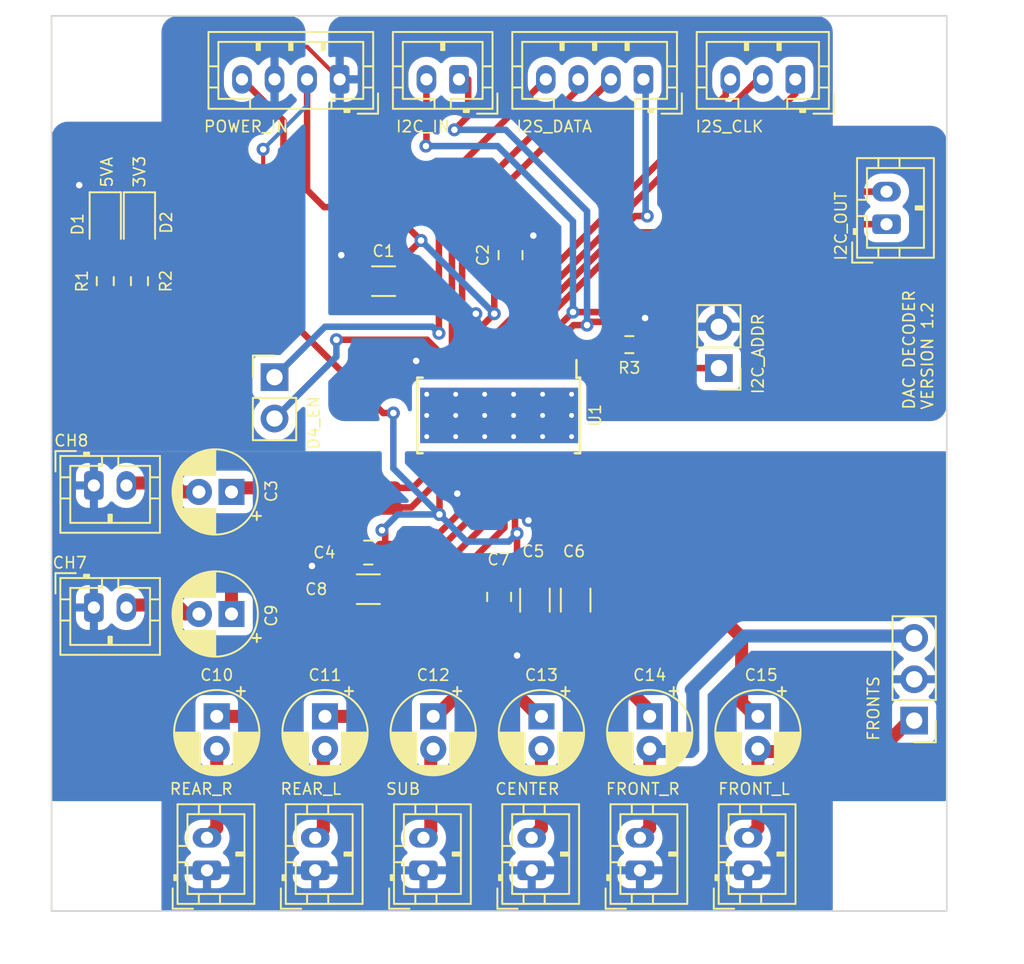
<source format=kicad_pcb>
(kicad_pcb (version 20221018) (generator pcbnew)
  (layers (0 "F.Cu" signal) (31 "B.Cu" signal) (34 "B.Paste" user) (35 "F.Paste" user) (36 "B.SilkS" user "B.Silkscreen") (37 "F.SilkS" user "F.Silkscreen") (38 "B.Mask" user) (39 "F.Mask" user) (44 "Edge.Cuts" user))
  (net 0 "")
  (net 1 "3V3")
  (net 2 "SDA")
  (net 3 "PCMCLK")
  (net 4 "BCLK")
  (net 5 "WCLK")
  (net 6 "I2S_D1")
  (net 7 "I2S_D2")
  (net 8 "I2S_D3")
  (net 9 "5VA")
  (net 10 "GND")
  (net 11 "AGND")
  (net 12 "ADDR")
  (net 13 "ZERO1")
  (net 14 "SCL")
  (net 15 "ZERO2")
  (net 16 "PAD")
  (net 17 "VOUT1")
  (net 18 "LEFT_FRONT")
  (net 19 "VOUT2")
  (net 20 "RIGHT_FRONT")
  (net 21 "VOUT3")
  (net 22 "LEFT_REAR")
  (net 23 "VOUT4")
  (net 24 "RIGHT_REAR")
  (net 25 "VOUT6")
  (net 26 "VOUT5")
  (net 27 "CENTER")
  (net 28 "SUBW")
  (net 29 "VOUT7")
  (net 30 "VOUT8")
  (net 31 "Net-(U1-VCOM)")
  (net 32 "CH7")
  (net 33 "CH8")
  (net 34 "I2S_D4")
  (net 35 "Net-(D1-A)")
  (net 36 "Net-(D2-A)")
  (net 37 "I2S_D4_IN")
  (footprint "LED_SMD:LED_0805_2012Metric_Pad1.15x1.40mm_HandSolder" (layer "F.Cu") (at 162.2 56.2 -90)
    (fp_text reference "D2" (at 0 -1.65 -270 unlocked) (layer "F.SilkS") (effects (font (size 0.7 0.7) (thickness 0.1))))
    (fp_text value "YELLOW")
    (pad "1" smd roundrect (at -1.025 0 270) (size 1.15 1.4) (layers "F.Cu" "F.Paste" "F.Mask") (roundrect_rratio 0.2173913043) (net 10 "GND"))
    (pad "2" smd roundrect (at 1.025 0 270) (size 1.15 1.4) (layers "F.Cu" "F.Paste" "F.Mask") (roundrect_rratio 0.2173913043) (net 36 "Net-(D2-A)"))
  )
  (footprint "Connector_PinHeader_2.54mm:PinHeader_1x02_P2.54mm_Vertical" (layer "F.Cu") (at 197.8 65.14 180)
    (fp_text reference "J16" hide)
    (fp_text value "Conn_01x02_Male")
    (pad "1" thru_hole rect (at 0 0 180) (size 1.7 1.7) (drill 1) (layers "*.Cu" "*.Mask") (net 12 "ADDR"))
    (pad "2" thru_hole oval (at 0 2.54 180) (size 1.7 1.7) (drill 1) (layers "*.Cu" "*.Mask") (net 10 "GND"))
  )
  (footprint "Connector_JST:JST_PH_B2B-PH-K_1x02_P2.00mm_Vertical" (layer "F.Cu") (at 192.95 96 90)
    (fp_text reference "J14" hide)
    (fp_text value "Conn_01x02_Male")
    (pad "1" thru_hole roundrect (at 0 0 90) (size 1.2 1.75) (drill 0.75) (layers "*.Cu" "*.Mask") (roundrect_rratio 0.2083333333) (net 11 "AGND"))
    (pad "2" thru_hole oval (at 2 0 90) (size 1.2 1.75) (drill 0.75) (layers "*.Cu" "*.Mask") (net 20 "RIGHT_FRONT"))
  )
  (footprint "LED_SMD:LED_0805_2012Metric_Pad1.15x1.40mm_HandSolder" (layer "F.Cu") (at 160.1 56.2 -90)
    (fp_text reference "D1" (at 0.1 1.7 -270 unlocked) (layer "F.SilkS") (effects (font (size 0.7 0.7) (thickness 0.1))))
    (fp_text value "BLUE")
    (pad "1" smd roundrect (at -1.025 0 270) (size 1.15 1.4) (layers "F.Cu" "F.Paste" "F.Mask") (roundrect_rratio 0.2173913043) (net 11 "AGND"))
    (pad "2" smd roundrect (at 1.025 0 270) (size 1.15 1.4) (layers "F.Cu" "F.Paste" "F.Mask") (roundrect_rratio 0.2173913043) (net 35 "Net-(D1-A)"))
  )
  (footprint "Capacitor_SMD:C_0805_2012Metric_Pad1.18x1.45mm_HandSolder" (layer "F.Cu") (at 176.2625 76.475 180)
    (fp_text reference "C4" (at 2.7 0 unlocked) (layer "F.SilkS") (effects (font (size 0.7 0.7) (thickness 0.1))))
    (fp_text value "100N")
    (pad "1" smd roundrect (at -1.0375 0 180) (size 1.175 1.45) (layers "F.Cu" "F.Paste" "F.Mask") (roundrect_rratio 0.2127659574) (net 9 "5VA"))
    (pad "2" smd roundrect (at 1.0375 0 180) (size 1.175 1.45) (layers "F.Cu" "F.Paste" "F.Mask") (roundrect_rratio 0.2127659574) (net 11 "AGND"))
  )
  (footprint "Capacitor_SMD:C_1206_3216Metric_Pad1.33x1.80mm_HandSolder" (layer "F.Cu") (at 176.2625 78.725 180)
    (fp_text reference "C8" (at 3.2 0 unlocked) (layer "F.SilkS") (effects (font (size 0.7 0.7) (thickness 0.1))))
    (fp_text value "10U")
    (pad "1" smd roundrect (at -1.5625 0 180) (size 1.325 1.8) (layers "F.Cu" "F.Paste" "F.Mask") (roundrect_rratio 0.1886792453) (net 9 "5VA"))
    (pad "2" smd roundrect (at 1.5625 0 180) (size 1.325 1.8) (layers "F.Cu" "F.Paste" "F.Mask") (roundrect_rratio 0.1886792453) (net 11 "AGND"))
  )
  (footprint "Connector_JST:JST_PH_B2B-PH-K_1x02_P2.00mm_Vertical" (layer "F.Cu") (at 208.1 56.3 90)
    (fp_text reference "J5" hide)
    (fp_text value "Conn_01x02_Male")
    (pad "1" thru_hole roundrect (at 0 0 90) (size 1.2 1.75) (drill 0.75) (layers "*.Cu" "*.Mask") (roundrect_rratio 0.2083333333) (net 14 "SCL"))
    (pad "2" thru_hole oval (at 2 0 90) (size 1.2 1.75) (drill 0.75) (layers "*.Cu" "*.Mask") (net 2 "SDA"))
  )
  (footprint "Connector_JST:JST_PH_B2B-PH-K_1x02_P2.00mm_Vertical" (layer "F.Cu") (at 159.4 79.85)
    (fp_text reference "J8" hide)
    (fp_text value "Conn_01x02_Male")
    (pad "1" thru_hole roundrect (at 0 0) (size 1.2 1.75) (drill 0.75) (layers "*.Cu" "*.Mask") (roundrect_rratio 0.2083333333) (net 11 "AGND"))
    (pad "2" thru_hole oval (at 2 0) (size 1.2 1.75) (drill 0.75) (layers "*.Cu" "*.Mask") (net 32 "CH7"))
  )
  (footprint "Connector_JST:JST_PH_B4B-PH-K_1x04_P2.00mm_Vertical" (layer "F.Cu") (at 193.166666 47.4 180)
    (fp_text reference "J3" hide)
    (fp_text value "Conn_01x04_Male")
    (pad "1" thru_hole roundrect (at 0 0 180) (size 1.2 1.75) (drill 0.75) (layers "*.Cu" "*.Mask") (roundrect_rratio 0.2083333333) (net 6 "I2S_D1"))
    (pad "2" thru_hole oval (at 2 0 180) (size 1.2 1.75) (drill 0.75) (layers "*.Cu" "*.Mask") (net 7 "I2S_D2"))
    (pad "3" thru_hole oval (at 4 0 180) (size 1.2 1.75) (drill 0.75) (layers "*.Cu" "*.Mask") (net 8 "I2S_D3"))
    (pad "4" thru_hole oval (at 6 0 180) (size 1.2 1.75) (drill 0.75) (layers "*.Cu" "*.Mask") (net 37 "I2S_D4_IN"))
  )
  (footprint "Resistor_SMD:R_0603_1608Metric_Pad0.98x0.95mm_HandSolder" (layer "F.Cu") (at 192.3 63.7 180)
    (fp_text reference "R3" (at 0 -1.43 unlocked) (layer "F.SilkS") (effects (font (size 0.7 0.7) (thickness 0.1))))
    (fp_text value "4.7K")
    (pad "1" smd roundrect (at -0.9125 0 180) (size 0.975 0.95) (layers "F.Cu" "F.Paste" "F.Mask") (net 10 "GND"))
    (pad "2" smd roundrect (at 0.9125 0 180) (size 0.975 0.95) (layers "F.Cu" "F.Paste" "F.Mask") (net 12 "ADDR"))
  )
  (footprint "Connector_JST:JST_PH_B2B-PH-K_1x02_P2.00mm_Vertical" (layer "F.Cu") (at 159.4 72.35)
    (fp_text reference "J7" hide)
    (fp_text value "Conn_01x02_Male")
    (pad "1" thru_hole roundrect (at 0 0) (size 1.2 1.75) (drill 0.75) (layers "*.Cu" "*.Mask") (roundrect_rratio 0.2083333333) (net 11 "AGND"))
    (pad "2" thru_hole oval (at 2 0) (size 1.2 1.75) (drill 0.75) (layers "*.Cu" "*.Mask") (net 33 "CH8"))
  )
  (footprint "Capacitor_THT:CP_Radial_D5.0mm_P2.00mm" (layer "F.Cu") (at 186.9 86.539888 -90)
    (fp_text reference "C13" (at -2.539888 0 unlocked) (layer "F.SilkS") (effects (font (size 0.7 0.7) (thickness 0.1))))
    (fp_text value "10U")
    (pad "1" thru_hole rect (at 0 0 270) (size 1.6 1.6) (drill 0.8) (layers "*.Cu" "*.Mask") (net 21 "VOUT3"))
    (pad "2" thru_hole circle (at 2 0 270) (size 1.6 1.6) (drill 0.8) (layers "*.Cu" "*.Mask") (net 22 "LEFT_REAR"))
  )
  (footprint "Connector_JST:JST_PH_B2B-PH-K_1x02_P2.00mm_Vertical" (layer "F.Cu") (at 199.6 96 90)
    (fp_text reference "J15" hide)
    (fp_text value "Conn_01x02_Male")
    (pad "1" thru_hole roundrect (at 0 0 90) (size 1.2 1.75) (drill 0.75) (layers "*.Cu" "*.Mask") (roundrect_rratio 0.2083333333) (net 11 "AGND"))
    (pad "2" thru_hole oval (at 2 0 90) (size 1.2 1.75) (drill 0.75) (layers "*.Cu" "*.Mask") (net 18 "LEFT_FRONT"))
  )
  (footprint "Capacitor_SMD:C_0805_2012Metric_Pad1.18x1.45mm_HandSolder" (layer "F.Cu") (at 184.3 79.2 -90)
    (fp_text reference "C7" (at -2.3 0.0375 unlocked) (layer "F.SilkS") (effects (font (size 0.7 0.7) (thickness 0.1))))
    (fp_text value "100N")
    (pad "1" smd roundrect (at -1.0375 0 270) (size 1.175 1.45) (layers "F.Cu" "F.Paste" "F.Mask") (roundrect_rratio 0.2127659574) (net 9 "5VA"))
    (pad "2" smd roundrect (at 1.0375 0 270) (size 1.175 1.45) (layers "F.Cu" "F.Paste" "F.Mask") (roundrect_rratio 0.2127659574) (net 11 "AGND"))
  )
  (footprint "Capacitor_THT:CP_Radial_D5.0mm_P2.00mm" (layer "F.Cu") (at 173.6 86.539888 -90)
    (fp_text reference "C11" (at -2.539888 0 unlocked) (layer "F.SilkS") (effects (font (size 0.7 0.7) (thickness 0.1))))
    (fp_text value "10U")
    (pad "1" thru_hole rect (at 0 0 270) (size 1.6 1.6) (drill 0.8) (layers "*.Cu" "*.Mask") (net 26 "VOUT5"))
    (pad "2" thru_hole circle (at 2 0 270) (size 1.6 1.6) (drill 0.8) (layers "*.Cu" "*.Mask") (net 27 "CENTER"))
  )
  (footprint "Connector_JST:JST_PH_B2B-PH-K_1x02_P2.00mm_Vertical" (layer "F.Cu") (at 173 96 90)
    (fp_text reference "J11" hide)
    (fp_text value "Conn_01x02_Male")
    (pad "1" thru_hole roundrect (at 0 0 90) (size 1.2 1.75) (drill 0.75) (layers "*.Cu" "*.Mask") (roundrect_rratio 0.2083333333) (net 11 "AGND"))
    (pad "2" thru_hole oval (at 2 0 90) (size 1.2 1.75) (drill 0.75) (layers "*.Cu" "*.Mask") (net 27 "CENTER"))
  )
  (footprint "Package_SO:HTSSOP-28-1EP_4.4x9.7mm_P0.65mm_EP3.4x9.5mm_Mask2.4x6.17mm_ThermalVias" (layer "F.Cu") (at 184.3 68.05 -90)
    (fp_text reference "U1" (at 0 -5.9 90 unlocked) (layer "F.SilkS") (effects (font (size 0.7 0.7) (thickness 0.1))))
    (fp_text value "PCM1681")
    (pad "1" smd rect (at -2.85 -4.225 270) (size 1.1 0.4) (layers "F.Cu" "F.Paste" "F.Mask") (net 13 "ZERO1"))
    (pad "2" smd rect (at -2.85 -3.575 270) (size 1.1 0.4) (layers "F.Cu" "F.Paste" "F.Mask") (net 12 "ADDR"))
    (pad "3" smd rect (at -2.85 -2.925 270) (size 1.1 0.4) (layers "F.Cu" "F.Paste" "F.Mask") (net 14 "SCL"))
    (pad "4" smd rect (at -2.85 -2.275 270) (size 1.1 0.4) (layers "F.Cu" "F.Paste" "F.Mask") (net 2 "SDA"))
    (pad "5" smd rect (at -2.85 -1.625 270) (size 1.1 0.4) (layers "F.Cu" "F.Paste" "F.Mask") (net 3 "PCMCLK"))
    (pad "6" smd rect (at -2.85 -0.975 270) (size 1.1 0.4) (layers "F.Cu" "F.Paste" "F.Mask") (net 6 "I2S_D1"))
    (pad "7" smd rect (at -2.85 -0.325 270) (size 1.1 0.4) (layers "F.Cu" "F.Paste" "F.Mask") (net 4 "BCLK"))
    (pad "8" smd rect (at -2.85 0.325 270) (size 1.1 0.4) (layers "F.Cu" "F.Paste" "F.Mask") (net 5 "WCLK"))
    (pad "9" smd rect (at -2.85 0.975 270) (size 1.1 0.4) (layers "F.Cu" "F.Paste" "F.Mask") (net 1 "3V3"))
    (pad "10" smd rect (at -2.85 1.625 270) (size 1.1 0.4) (layers "F.Cu" "F.Paste" "F.Mask") (net 10 "GND"))
    (pad "11" smd rect (at -2.85 2.275 270) (size 1.1 0.4) (layers "F.Cu" "F.Paste" "F.Mask") (net 7 "I2S_D2"))
    (pad "12" smd rect (at -2.85 2.925 270) (size 1.1 0.4) (layers "F.Cu" "F.Paste" "F.Mask") (net 8 "I2S_D3"))
    (pad "13" smd rect (at -2.85 3.575 270) (size 1.1 0.4) (layers "F.Cu" "F.Paste" "F.Mask") (net 34 "I2S_D4"))
    (pad "14" smd rect (at -2.85 4.225 270) (size 1.1 0.4) (layers "F.Cu" "F.Paste" "F.Mask") (net 10 "GND"))
    (pad "15" smd rect (at 2.85 4.225 270) (size 1.1 0.4) (layers "F.Cu" "F.Paste" "F.Mask") (net 30 "VOUT8"))
    (pad "16" smd rect (at 2.85 3.575 270) (size 1.1 0.4) (layers "F.Cu" "F.Paste" "F.Mask") (net 29 "VOUT7"))
    (pad "17" smd rect (at 2.85 2.925 270) (size 1.1 0.4) (layers "F.Cu" "F.Paste" "F.Mask") (net 9 "5VA"))
    (pad "18" smd rect (at 2.85 2.275 270) (size 1.1 0.4) (layers "F.Cu" "F.Paste" "F.Mask") (net 11 "AGND"))
    (pad "19" smd rect (at 2.85 1.625 270) (size 1.1 0.4) (layers "F.Cu" "F.Paste" "F.Mask") (net 25 "VOUT6"))
    (pad "20" smd rect (at 2.85 0.975 270) (size 1.1 0.4) (layers "F.Cu" "F.Paste" "F.Mask") (net 26 "VOUT5"))
    (pad "21" smd rect (at 2.85 0.325 270) (size 1.1 0.4) (layers "F.Cu" "F.Paste" "F.Mask") (net 23 "VOUT4"))
    (pad "22" smd rect (at 2.85 -0.325 270) (size 1.1 0.4) (layers "F.Cu" "F.Paste" "F.Mask") (net 21 "VOUT3"))
    (pad "23" smd rect (at 2.85 -0.975 270) (size 1.1 0.4) (layers "F.Cu" "F.Paste" "F.Mask") (net 9 "5VA"))
    (pad "24" smd rect (at 2.85 -1.625 270) (size 1.1 0.4) (layers "F.Cu" "F.Paste" "F.Mask") (net 11 "AGND"))
    (pad "25" smd rect (at 2.85 -2.275 270) (size 1.1 0.4) (layers "F.Cu" "F.Paste" "F.Mask") (net 31 "Net-(U1-VCOM)"))
    (pad "26" smd rect (at 2.85 -2.925 270) (size 1.1 0.4) (layers "F.Cu" "F.Paste" "F.Mask") (net 19 "VOUT2"))
    (pad "27" smd rect (at 2.85 -3.575 270) (size 1.1 0.4) (layers "F.Cu" "F.Paste" "F.Mask") (net 17 "VOUT1"))
    (pad "28" smd rect (at 2.85 -4.225 270) (size 1.1 0.4) (layers "F.Cu" "F.Paste" "F.Mask") (net 15 "ZERO2"))
    (pad "29" thru_hole circle (at -1.3 -4.45 270) (size 0.6 0.6) (drill 0.3) (layers "*.Cu") (net 16 "PAD"))
    (pad "29" thru_hole circle (at -1.3 -2.67 270) (size 0.6 0.6) (drill 0.3) (layers "*.Cu") (net 16 "PAD"))
    (pad "29" thru_hole circle (at -1.3 -0.89 270) (size 0.6 0.6) (drill 0.3) (layers "*.Cu") (net 16 "PAD"))
    (pad "29" thru_hole circle (at -1.3 0.89 270) (size 0.6 0.6) (drill 0.3) (layers "*.Cu") (net 16 "PAD"))
    (pad "29" thru_hole circle (at -1.3 2.67 270) (size 0.6 0.6) (drill 0.3) (layers "*.Cu") (net 16 "PAD"))
    (pad "29" thru_hole circle (at -1.3 4.45 270) (size 0.6 0.6) (drill 0.3) (layers "*.Cu") (net 16 "PAD"))
    (pad "29" thru_hole circle (at 0 -4.45 270) (size 0.6 0.6) (drill 0.3) (layers "*.Cu") (net 16 "PAD"))
    (pad "29" thru_hole circle (at 0 -2.67 270) (size 0.6 0.6) (drill 0.3) (layers "*.Cu") (net 16 "PAD"))
    (pad "29" thru_hole circle (at 0 -0.89 270) (size 0.6 0.6) (drill 0.3) (layers "*.Cu") (net 16 "PAD"))
    (pad "29" smd rect (at 0 0 270) (size 3.4 9.7) (layers "F.Cu") (net 16 "PAD"))
    (pad "29" smd rect (at 0 0 270) (size 3.4 9.7) (layers "B.Cu") (net 16 "PAD"))
    (pad "29" thru_hole circle (at 0 0.89 270) (size 0.6 0.6) (drill 0.3) (layers "*.Cu") (net 16 "PAD"))
    (pad "29" thru_hole circle (at 0 2.67 270) (size 0.6 0.6) (drill 0.3) (layers "*.Cu") (net 16 "PAD"))
    (pad "29" thru_hole circle (at 0 4.45 270) (size 0.6 0.6) (drill 0.3) (layers "*.Cu") (net 16 "PAD"))
    (pad "29" thru_hole circle (at 1.3 -4.45 270) (size 0.6 0.6) (drill 0.3) (layers "*.Cu") (net 16 "PAD"))
    (pad "29" thru_hole circle (at 1.3 -2.67 270) (size 0.6 0.6) (drill 0.3) (layers "*.Cu") (net 16 "PAD"))
    (pad "29" thru_hole circle (at 1.3 -0.89 270) (size 0.6 0.6) (drill 0.3) (layers "*.Cu") (net 16 "PAD"))
    (pad "29" thru_hole circle (at 1.3 0.89 270) (size 0.6 0.6) (drill 0.3) (layers "*.Cu") (net 16 "PAD"))
    (pad "29" thru_hole circle (at 1.3 2.67 270) (size 0.6 0.6) (drill 0.3) (layers "*.Cu") (net 16 "PAD"))
    (pad "29" thru_hole circle (at 1.3 4.45 270) (size 0.6 0.6) (drill 0.3) (layers "*.Cu") (net 16 "PAD"))
  )
  (footprint "Capacitor_SMD:C_1206_3216Metric_Pad1.33x1.80mm_HandSolder" (layer "F.Cu") (at 189 79.4 90)
    (fp_text reference "C6" (at 3 -0.1 unlocked) (layer "F.SilkS") (effects (font (size 0.7 0.7) (thickness 0.1))))
    (fp_text value "10U")
    (pad "1" smd roundrect (at -1.5625 0 90) (size 1.325 1.8) (layers "F.Cu" "F.Paste" "F.Mask") (roundrect_rratio 0.1886792453) (net 11 "AGND"))
    (pad "2" smd roundrect (at 1.5625 0 90) (size 1.325 1.8) (layers "F.Cu" "F.Paste" "F.Mask") (roundrect_rratio 0.1886792453) (net 31 "Net-(U1-VCOM)"))
  )
  (footprint "Capacitor_THT:CP_Radial_D5.0mm_P2.00mm" (layer "F.Cu") (at 166.95 86.539888 -90)
    (fp_text reference "C10" (at -2.539888 0 unlocked) (layer "F.SilkS") (effects (font (size 0.7 0.7) (thickness 0.1))))
    (fp_text value "10U")
    (pad "1" thru_hole rect (at 0 0 270) (size 1.6 1.6) (drill 0.8) (layers "*.Cu" "*.Mask") (net 25 "VOUT6"))
    (pad "2" thru_hole circle (at 2 0 270) (size 1.6 1.6) (drill 0.8) (layers "*.Cu" "*.Mask") (net 28 "SUBW"))
  )
  (footprint "Capacitor_SMD:C_0805_2012Metric_Pad1.18x1.45mm_HandSolder" (layer "F.Cu") (at 185 58.2 -90)
    (fp_text reference "C2" (at 0 1.7 90 unlocked) (layer "F.SilkS") (effects (font (size 0.7 0.7) (thickness 0.1))))
    (fp_text value "100N")
    (pad "1" smd roundrect (at -1.0375 0 270) (size 1.175 1.45) (layers "F.Cu" "F.Paste" "F.Mask") (roundrect_rratio 0.2127659574) (net 10 "GND"))
    (pad "2" smd roundrect (at 1.0375 0 270) (size 1.175 1.45) (layers "F.Cu" "F.Paste" "F.Mask") (roundrect_rratio 0.2127659574) (net 1 "3V3"))
  )
  (footprint "Connector_JST:JST_PH_B4B-PH-K_1x04_P2.00mm_Vertical" (layer "F.Cu") (at 174.5 47.4 180)
    (fp_text reference "J1" hide)
    (fp_text value "Conn_01x04_Male")
    (pad "1" thru_hole roundrect (at 0 0 180) (size 1.2 1.75) (drill 0.75) (layers "*.Cu" "*.Mask") (roundrect_rratio 0.2083333333) (net 10 "GND"))
    (pad "2" thru_hole oval (at 2 0 180) (size 1.2 1.75) (drill 0.75) (layers "*.Cu" "*.Mask") (net 1 "3V3"))
    (pad "3" thru_hole oval (at 4 0 180) (size 1.2 1.75) (drill 0.75) (layers "*.Cu" "*.Mask") (net 11 "AGND"))
    (pad "4" thru_hole oval (at 6 0 180) (size 1.2 1.75) (drill 0.75) (layers "*.Cu" "*.Mask") (net 9 "5VA"))
  )
  (footprint "Capacitor_THT:CP_Radial_D5.0mm_P2.00mm" (layer "F.Cu") (at 200.2 86.539888 -90)
    (fp_text reference "C15" (at -2.539888 -0.2 unlocked) (layer "F.SilkS") (effects (font (size 0.7 0.7) (thickness 0.1))))
    (fp_text value "10U")
    (pad "1" thru_hole rect (at 0 0 270) (size 1.6 1.6) (drill 0.8) (layers "*.Cu" "*.Mask") (net 17 "VOUT1"))
    (pad "2" thru_hole circle (at 2 0 270) (size 1.6 1.6) (drill 0.8) (layers "*.Cu" "*.Mask") (net 18 "LEFT_FRONT"))
  )
  (footprint "Connector_PinHeader_2.54mm:PinHeader_1x03_P2.54mm_Vertical" (layer "F.Cu") (at 209.8 86.8 180)
    (fp_text reference "J9" hide)
    (fp_text value "Conn_01x03_Male")
    (pad "1" thru_hole rect (at 0 0 180) (size 1.7 1.7) (drill 1) (layers "*.Cu" "*.Mask") (net 18 "LEFT_FRONT"))
    (pad "2" thru_hole oval (at 0 2.54 180) (size 1.7 1.7) (drill 1) (layers "*.Cu" "*.Mask") (net 11 "AGND"))
    (pad "3" thru_hole oval (at 0 5.08 180) (size 1.7 1.7) (drill 1) (layers "*.Cu" "*.Mask") (net 20 "RIGHT_FRONT"))
  )
  (footprint "Connector_JST:JST_PH_B2B-PH-K_1x02_P2.00mm_Vertical" (layer "F.Cu") (at 179.65 96 90)
    (fp_text reference "J12" hide)
    (fp_text value "Conn_01x02_Male")
    (pad "1" thru_hole roundrect (at 0 0 90) (size 1.2 1.75) (drill 0.75) (layers "*.Cu" "*.Mask") (roundrect_rratio 0.2083333333) (net 11 "AGND"))
    (pad "2" thru_hole oval (at 2 0 90) (size 1.2 1.75) (drill 0.75) (layers "*.Cu" "*.Mask") (net 24 "RIGHT_REAR"))
  )
  (footprint "Capacitor_SMD:C_1206_3216Metric_Pad1.33x1.80mm_HandSolder" (layer "F.Cu") (at 186.5 79.4 -90)
    (fp_text reference "C5" (at -3 0.1 unlocked) (layer "F.SilkS") (effects (font (size 0.7 0.7) (thickness 0.1))))
    (fp_text value "10U")
    (pad "1" smd roundrect (at -1.5625 0 270) (size 1.325 1.8) (layers "F.Cu" "F.Paste" "F.Mask") (roundrect_rratio 0.1886792453) (net 9 "5VA"))
    (pad "2" smd roundrect (at 1.5625 0 270) (size 1.325 1.8) (layers "F.Cu" "F.Paste" "F.Mask") (roundrect_rratio 0.1886792453) (net 11 "AGND"))
  )
  (footprint "MountingHole:MountingHole_3.2mm_M3" (layer "F.Cu") (at 209.3 96)
    (fp_text reference "H4" hide)
    (fp_text value "MountingHole")
    (pad "" np_thru_hole circle (at 0 0) (size 3.2 3.2) (drill 3.2) (layers "*.Cu" "*.Mask"))
  )
  (footprint "Capacitor_THT:CP_Radial_D5.0mm_P2.00mm" (layer "F.Cu") (at 167.855113 72.75 180)
    (fp_text reference "C3" (at -2.444887 0.05 90 unlocked) (layer "F.SilkS") (effects (font (size 0.7 0.7) (thickness 0.1))))
    (fp_text value "10U")
    (pad "1" thru_hole rect (at 0 0 180) (size 1.6 1.6) (drill 0.8) (layers "*.Cu" "*.Mask") (net 30 "VOUT8"))
    (pad "2" thru_hole circle (at 2 0 180) (size 1.6 1.6) (drill 0.8) (layers "*.Cu" "*.Mask") (net 33 "CH8"))
  )
  (footprint "Capacitor_THT:CP_Radial_D5.0mm_P2.00mm" (layer "F.Cu") (at 167.855113 80.25 180)
    (fp_text reference "C9" (at -2.444887 -0.1 90 unlocked) (layer "F.SilkS") (effects (font (size 0.7 0.7) (thickness 0.1))))
    (fp_text value "10U")
    (pad "1" thru_hole rect (at 0 0 180) (size 1.6 1.6) (drill 0.8) (layers "*.Cu" "*.Mask") (net 29 "VOUT7"))
    (pad "2" thru_hole circle (at 2 0 180) (size 1.6 1.6) (drill 0.8) (layers "*.Cu" "*.Mask") (net 32 "CH7"))
  )
  (footprint "Connector_JST:JST_PH_B3B-PH-K_1x03_P2.00mm_Vertical" (layer "F.Cu") (at 202.5 47.4 180)
    (fp_text reference "J4" hide)
    (fp_text value "Conn_01x03_Male")
    (pad "1" thru_hole roundrect (at 0 0 180) (size 1.2 1.75) (drill 0.75) (layers "*.Cu" "*.Mask") (roundrect_rratio 0.2083333333) (net 3 "PCMCLK"))
    (pad "2" thru_hole oval (at 2 0 180) (size 1.2 1.75) (drill 0.75) (layers "*.Cu" "*.Mask") (net 4 "BCLK"))
    (pad "3" thru_hole oval (at 4 0 180) (size 1.2 1.75) (drill 0.75) (layers "*.Cu" "*.Mask") (net 5 "WCLK"))
  )
  (footprint "Capacitor_THT:CP_Radial_D5.0mm_P2.00mm" (layer "F.Cu") (at 193.55 86.539888 -90)
    (fp_text reference "C14" (at -2.539888 0 unlocked) (layer "F.SilkS") (effects (font (size 0.7 0.7) (thickness 0.1))))
    (fp_text value "10U")
    (pad "1" thru_hole rect (at 0 0 270) (size 1.6 1.6) (drill 0.8) (layers "*.Cu" "*.Mask") (net 19 "VOUT2"))
    (pad "2" thru_hole circle (at 2 0 270) (size 1.6 1.6) (drill 0.8) (layers "*.Cu" "*.Mask") (net 20 "RIGHT_FRONT"))
  )
  (footprint "Resistor_SMD:R_0603_1608Metric_Pad0.98x0.95mm_HandSolder" (layer "F.Cu") (at 162.2 59.8 90)
    (fp_text reference "R2" (at 0 1.61838 90 unlocked) (layer "F.SilkS") (effects (font (size 0.7 0.7) (thickness 0.1))))
    (fp_text value "430R")
    (pad "1" smd roundrect (at -0.9125 0 90) (size 0.975 0.95) (layers "F.Cu" "F.Paste" "F.Mask") (net 1 "3V3"))
    (pad "2" smd roundrect (at 0.9125 0 90) (size 0.975 0.95) (layers "F.Cu" "F.Paste" "F.Mask") (net 36 "Net-(D2-A)"))
  )
  (footprint "MountingHole:MountingHole_3.2mm_M3" (layer "F.Cu") (at 159.3 46)
    (fp_text reference "H1" hide)
    (fp_text value "MountingHole")
    (pad "" np_thru_hole circle (at 0 0) (size 3.2 3.2) (drill 3.2) (layers "*.Cu" "*.Mask"))
  )
  (footprint "Connector_JST:JST_PH_B2B-PH-K_1x02_P2.00mm_Vertical" (layer "F.Cu") (at 181.833333 47.4 180)
    (fp_text reference "J2" hide)
    (fp_text value "Conn_01x02_Male")
    (pad "1" thru_hole roundrect (at 0 0 180) (size 1.2 1.75) (drill 0.75) (layers "*.Cu" "*.Mask") (roundrect_rratio 0.2083333333) (net 14 "SCL"))
    (pad "2" thru_hole oval (at 2 0 180) (size 1.2 1.75) (drill 0.75) (layers "*.Cu" "*.Mask") (net 2 "SDA"))
  )
  (footprint "Connector_JST:JST_PH_B2B-PH-K_1x02_P2.00mm_Vertical" (layer "F.Cu") (at 186.3 96 90)
    (fp_text reference "J13" hide)
    (fp_text value "Conn_01x02_Male")
    (pad "1" thru_hole roundrect (at 0 0 90) (size 1.2 1.75) (drill 0.75) (layers "*.Cu" "*.Mask") (roundrect_rratio 0.2083333333) (net 11 "AGND"))
    (pad "2" thru_hole oval (at 2 0 90) (size 1.2 1.75) (drill 0.75) (layers "*.Cu" "*.Mask") (net 22 "LEFT_REAR"))
  )
  (footprint "Capacitor_THT:CP_Radial_D5.0mm_P2.00mm" (layer "F.Cu") (at 180.25 86.539888 -90)
    (fp_text reference "C12" (at -2.539888 0 unlocked) (layer "F.SilkS") (effects (font (size 0.7 0.7) (thickness 0.1))))
    (fp_text value "10U")
    (pad "1" thru_hole rect (at 0 0 270) (size 1.6 1.6) (drill 0.8) (layers "*.Cu" "*.Mask") (net 23 "VOUT4"))
    (pad "2" thru_hole circle (at 2 0 270) (size 1.6 1.6) (drill 0.8) (layers "*.Cu" "*.Mask") (net 24 "RIGHT_REAR"))
  )
  (footprint "Resistor_SMD:R_0603_1608Metric_Pad0.98x0.95mm_HandSolder" (layer "F.Cu") (at 160.1 59.8 90)
    (fp_text reference "R1" (at 0 -1.43 90 unlocked) (layer "F.SilkS") (effects (font (size 0.7 0.7) (thickness 0.1))))
    (fp_text value "1K")
    (pad "1" smd roundrect (at -0.9125 0 90) (size 0.975 0.95) (layers "F.Cu" "F.Paste" "F.Mask") (net 9 "5VA"))
    (pad "2" smd roundrect (at 0.9125 0 90) (size 0.975 0.95) (layers "F.Cu" "F.Paste" "F.Mask") (net 35 "Net-(D1-A)"))
  )
  (footprint "Capacitor_SMD:C_1206_3216Metric_Pad1.33x1.80mm_HandSolder" (layer "F.Cu") (at 177.2 59.8)
    (fp_text reference "C1" (at 0 -1.85 unlocked) (layer "F.SilkS") (effects (font (size 0.7 0.7) (thickness 0.1))))
    (fp_text value "10U")
    (pad "1" smd roundrect (at -1.5625 0) (size 1.325 1.8) (layers "F.Cu" "F.Paste" "F.Mask") (roundrect_rratio 0.1886792453) (net 10 "GND"))
    (pad "2" smd roundrect (at 1.5625 0) (size 1.325 1.8) (layers "F.Cu" "F.Paste" "F.Mask") (roundrect_rratio 0.1886792453) (net 1 "3V3"))
  )
  (footprint "MountingHole:MountingHole_3.2mm_M3" (layer "F.Cu") (at 159.3 96)
    (fp_text reference "H3" hide)
    (fp_text value "MountingHole")
    (pad "" np_thru_hole circle (at 0 0) (size 3.2 3.2) (drill 3.2) (layers "*.Cu" "*.Mask"))
  )
  (footprint "Connector_PinHeader_2.54mm:PinHeader_1x02_P2.54mm_Vertical" (layer "F.Cu") (at 170.5 65.7)
    (fp_text reference "J6" hide)
    (fp_text value "Conn_01x02_Male")
    (pad "1" thru_hole rect (at 0 0) (size 1.7 1.7) (drill 1) (layers "*.Cu" "*.Mask") (net 37 "I2S_D4_IN"))
    (pad "2" thru_hole oval (at 0 2.54) (size 1.7 1.7) (drill 1) (layers "*.Cu" "*.Mask") (net 34 "I2S_D4"))
  )
  (footprint "Connector_JST:JST_PH_B2B-PH-K_1x02_P2.00mm_Vertical" (layer "F.Cu") (at 166.35 96 90)
    (fp_text reference "J10" hide)
    (fp_text value "Conn_01x02_Male")
    (pad "1" thru_hole roundrect (at 0 0 90) (size 1.2 1.75) (drill 0.75) (layers "*.Cu" "*.Mask") (roundrect_rratio 0.2083333333) (net 11 "AGND"))
    (pad "2" thru_hole oval (at 2 0 90) (size 1.2 1.75) (drill 0.75) (layers "*.Cu" "*.Mask") (net 28 "SUBW"))
  )
  (footprint "MountingHole:MountingHole_3.2mm_M3" (layer "F.Cu") (at 209.3 46)
    (fp_text reference "H2" hide)
    (fp_text value "MountingHole")
    (pad "" np_thru_hole circle (at 0 0) (size 3.2 3.2) (drill 3.2) (layers "*.Cu" "*.Mask"))
  )
  (gr_line (start 156.8 98.5) (end 211.8 98.5) (stroke (width 0.1)) (layer "Edge.Cuts"))
  (gr_line (start 211.8 98.5) (end 211.8 43.5) (stroke (width 0.1)) (layer "Edge.Cuts"))
  (gr_line (start 211.8 43.5) (end 156.8 43.5) (stroke (width 0.1)) (layer "Edge.Cuts"))
  (gr_line (start 156.8 43.5) (end 156.8 98.5) (stroke (width 0.1)) (layer "Edge.Cuts"))
  (gr_text "REAR_R" (at 164 91) (layer "F.SilkS") (effects (font (size 0.7 0.7) (thickness 0.1)) (justify left)))
  (gr_text "5VA" (at 160.2 54.1 90) (layer "F.SilkS") (effects (font (size 0.7 0.7) (thickness 0.1)) (justify left)))
  (gr_text "CH8" (at 156.9 69.6) (layer "F.SilkS") (effects (font (size 0.7 0.7) (thickness 0.1)) (justify left)))
  (gr_text "DAC DECODER\nVERSION 1.2" (at 210.05 67.75 90) (layer "F.SilkS") (effects (font (size 0.7 0.7) (thickness 0.1)) (justify left)))
  (gr_text "3V3" (at 162.2 54.1 90) (layer "F.SilkS") (effects (font (size 0.7 0.7) (thickness 0.1)) (justify left)))
  (gr_text "FRONT_R" (at 190.8 91) (layer "F.SilkS") (effects (font (size 0.7 0.7) (thickness 0.1)) (justify left)))
  (gr_text "I2S_DATA" (at 185.3 50.3) (layer "F.SilkS") (effects (font (size 0.7 0.7) (thickness 0.1)) (justify left)))
  (gr_text "FRONTS" (at 207.3 88.1 90) (layer "F.SilkS") (effects (font (size 0.7 0.7) (thickness 0.1)) (justify left)))
  (gr_text "REAR_L" (at 170.8 91) (layer "F.SilkS") (effects (font (size 0.7 0.7) (thickness 0.1)) (justify left)))
  (gr_text "D4_EN" (at 172.9 70.2 90) (layer "F.SilkS") (effects (font (size 0.7 0.7) (thickness 0.1)) (justify left)))
  (gr_text "I2C_OUT" (at 205.3 58.6 90) (layer "F.SilkS") (effects (font (size 0.7 0.7) (thickness 0.1)) (justify left)))
  (gr_text "FRONT_L" (at 197.7 91) (layer "F.SilkS") (effects (font (size 0.7 0.7) (thickness 0.1)) (justify left)))
  (gr_text "CH7" (at 156.8 77.1) (layer "F.SilkS") (effects (font (size 0.7 0.7) (thickness 0.1)) (justify left)))
  (gr_text "CENTER" (at 184 91) (layer "F.SilkS") (effects (font (size 0.7 0.7) (thickness 0.1)) (justify left)))
  (gr_text "I2S_CLK" (at 196.3 50.3) (layer "F.SilkS") (effects (font (size 0.7 0.7) (thickness 0.1)) (justify left)))
  (gr_text "I2C_ADDR" (at 200.2 66.8 90) (layer "F.SilkS") (effects (font (size 0.7 0.7) (thickness 0.1)) (justify left)))
  (gr_text "SUB" (at 177.283288 91) (layer "F.SilkS") (effects (font (size 0.7 0.7) (thickness 0.1)) (justify left)))
  (gr_text "POWER_IN" (at 166.1 50.3) (layer "F.SilkS") (effects (font (size 0.7 0.7) (thickness 0.1)) (justify left)))
  (gr_text "I2C_IN" (at 177.9 50.3) (layer "F.SilkS") (effects (font (size 0.7 0.7) (thickness 0.1)) (justify left)))
  (segment (start 183.325 62.475) (end 184 61.8) (width 0.4) (layer "F.Cu") (net 1))
  (segment (start 169.8 53.1125) (end 169.8 51.7) (width 0.25) (layer "F.Cu") (net 1))
  (segment (start 177.45 55.25) (end 179.5 57.3) (width 0.4) (layer "F.Cu") (net 1))
  (segment (start 162.2 60.7125) (end 169.8 53.1125) (width 0.25) (layer "F.Cu") (net 1))
  (segment (start 172.5 54.2) (end 173.55 55.25) (width 0.4) (layer "F.Cu") (net 1))
  (segment (start 178.7625 59.8) (end 178.7625 58.0375) (width 0.4) (layer "F.Cu") (net 1))
  (segment (start 172.5 47.4) (end 172.5 54.2) (width 0.4) (layer "F.Cu") (net 1))
  (segment (start 184 60.2375) (end 185 59.2375) (width 0.4) (layer "F.Cu") (net 1))
  (segment (start 178.7625 58.0375) (end 179.5 57.3) (width 0.4) (layer "F.Cu") (net 1))
  (segment (start 173.55 55.25) (end 177.45 55.25) (width 0.4) (layer "F.Cu") (net 1))
  (segment (start 183.325 62.475) (end 183.325 65.2) (width 0.4) (layer "F.Cu") (net 1))
  (segment (start 184 61.8) (end 184 60.2375) (width 0.4) (layer "F.Cu") (net 1))
  (via (at 179.5 57.3) (size 0.8) (drill 0.4) (layers "F.Cu" "B.Cu") (net 1))
  (via (at 169.8 51.7) (size 0.8) (drill 0.4) (layers "F.Cu" "B.Cu") (net 1))
  (via (at 184 61.8) (size 0.8) (drill 0.4) (layers "F.Cu" "B.Cu") (net 1))
  (segment (start 172.5 49) (end 169.8 51.7) (width 0.25) (layer "B.Cu") (net 1))
  (segment (start 172.5 47.4) (end 172.5 49) (width 0.25) (layer "B.Cu") (net 1))
  (segment (start 184 61.8) (end 179.5 57.3) (width 0.4) (layer "B.Cu") (net 1))
  (segment (start 179.833333 47.4) (end 179.833333 51.466667) (width 0.4) (layer "F.Cu") (net 2))
  (segment (start 179.833333 51.466667) (end 179.8 51.5) (width 0.4) (layer "F.Cu") (net 2))
  (segment (start 198.2 54.3) (end 208.1 54.3) (width 0.4) (layer "F.Cu") (net 2))
  (segment (start 186.575 65.2) (end 186.575 63.950483) (width 0.4) (layer "F.Cu") (net 2))
  (segment (start 190.7995 61.7005) (end 198.2 54.3) (width 0.4) (layer "F.Cu") (net 2))
  (segment (start 186.575 63.950483) (end 188.824983 61.7005) (width 0.4) (layer "F.Cu") (net 2))
  (segment (start 188.824983 61.7005) (end 188.834786 61.7005) (width 0.4) (layer "F.Cu") (net 2))
  (segment (start 188.834786 61.7005) (end 190.7995 61.7005) (width 0.4) (layer "F.Cu") (net 2))
  (via (at 179.8 51.5) (size 0.8) (drill 0.4) (layers "F.Cu" "B.Cu") (net 2))
  (via (at 188.834786 61.7005) (size 0.8) (drill 0.4) (layers "F.Cu" "B.Cu") (net 2))
  (segment (start 184.209869 51.5) (end 179.8 51.5) (width 0.4) (layer "B.Cu") (net 2))
  (segment (start 188.834786 61.7005) (end 188.834786 56.124917) (width 0.4) (layer "B.Cu") (net 2))
  (segment (start 188.834786 56.124917) (end 184.209869 51.5) (width 0.4) (layer "B.Cu") (net 2))
  (segment (start 187.2 62.100706) (end 187.2 62.476955) (width 0.4) (layer "F.Cu") (net 3))
  (segment (start 202.5 48.275) (end 193.975 56.8) (width 0.4) (layer "F.Cu") (net 3))
  (segment (start 202.5 47.4) (end 202.5 48.275) (width 0.4) (layer "F.Cu") (net 3))
  (segment (start 193.975 56.8) (end 192.500706 56.8) (width 0.4) (layer "F.Cu") (net 3))
  (segment (start 187.2 62.476955) (end 185.925 63.751955) (width 0.4) (layer "F.Cu") (net 3))
  (segment (start 192.500706 56.8) (end 187.2 62.100706) (width 0.4) (layer "F.Cu") (net 3))
  (segment (start 185.925 63.751955) (end 185.925 65.2) (width 0.4) (layer "F.Cu") (net 3))
  (segment (start 184.625 63.354899) (end 184.625 65.2) (width 0.4) (layer "F.Cu") (net 4))
  (segment (start 186 61.600706) (end 186 61.979899) (width 0.4) (layer "F.Cu") (net 4))
  (segment (start 186 61.979899) (end 184.625 63.354899) (width 0.4) (layer "F.Cu") (net 4))
  (segment (start 200.200706 47.4) (end 186 61.600706) (width 0.4) (layer "F.Cu") (net 4))
  (segment (start 200.3 47.4) (end 200.200706 47.4) (width 0.4) (layer "F.Cu") (net 4))
  (segment (start 185.4 61.2) (end 198.225 48.375) (width 0.4) (layer "F.Cu") (net 5))
  (segment (start 183.975 65.2) (end 183.975 63.156371) (width 0.4) (layer "F.Cu") (net 5))
  (segment (start 183.975 63.156371) (end 185.4 61.731371) (width 0.4) (layer "F.Cu") (net 5))
  (segment (start 185.4 61.731371) (end 185.4 61.2) (width 0.4) (layer "F.Cu") (net 5))
  (segment (start 198.225 48.375) (end 198.225 47.4) (width 0.4) (layer "F.Cu") (net 5))
  (segment (start 185.275 65.2) (end 185.275 63.553427) (width 0.4) (layer "F.Cu") (net 6))
  (segment (start 192.652178 55.8) (end 193.4 55.8) (width 0.4) (layer "F.Cu") (net 6))
  (segment (start 186.6 62.228427) (end 186.6 61.852178) (width 0.4) (layer "F.Cu") (net 6))
  (segment (start 185.275 63.553427) (end 186.6 62.228427) (width 0.4) (layer "F.Cu") (net 6))
  (segment (start 186.6 61.852178) (end 192.652178 55.8) (width 0.4) (layer "F.Cu") (net 6))
  (via (at 193.4 55.8) (size 0.8) (drill 0.4) (layers "F.Cu" "B.Cu") (net 6))
  (segment (start 193.3 47.533334) (end 193.3 55.7) (width 0.4) (layer "B.Cu") (net 6))
  (segment (start 193.3 55.7) (end 193.4 55.8) (width 0.4) (layer "B.Cu") (net 6))
  (segment (start 182.025 56.575) (end 182.025 65.2) (width 0.4) (layer "F.Cu") (net 7))
  (segment (start 190.891666 47.708334) (end 182.025 56.575) (width 0.4) (layer "F.Cu") (net 7))
  (segment (start 181.4 65.175) (end 181.375 65.2) (width 0.4) (layer "F.Cu") (net 8))
  (segment (start 181.4 55.752178) (end 181.4 65.175) (width 0.4) (layer "F.Cu") (net 8))
  (segment (start 189.166666 47.985512) (end 181.4 55.752178) (width 0.4) (layer "F.Cu") (net 8))
  (segment (start 171.05 61.15) (end 171.05 49.95) (width 0.4) (layer "F.Cu") (net 9))
  (segment (start 171.7 62.430664) (end 171.7 61.8) (width 0.4) (layer "F.Cu") (net 9))
  (segment (start 161.6875 62.3) (end 171.2 62.3) (width 0.25) (layer "F.Cu") (net 9))
  (segment (start 185.275 70.9) (end 185.275 75.175) (width 0.4) (layer "F.Cu") (net 9))
  (segment (start 186.2375 77.8375) (end 185.4 77) (width 0.4) (layer "F.Cu") (net 9))
  (segment (start 186.5 77.8375) (end 184.625 77.8375) (width 0.4) (layer "F.Cu") (net 9))
  (segment (start 181.375 70.9) (end 181.375 72.072822) (width 0.4) (layer "F.Cu") (net 9))
  (segment (start 171.05 49.95) (end 168.5 47.4) (width 0.4) (layer "F.Cu") (net 9))
  (segment (start 160.1 60.7125) (end 161.6875 62.3) (width 0.25) (layer "F.Cu") (net 9))
  (segment (start 181.375 72.072822) (end 180.634668 72.813154) (width 0.4) (layer "F.Cu") (net 9))
  (segment (start 177.3 76.475) (end 177.3 78.2) (width 0.4) (layer "F.Cu") (net 9))
  (segment (start 177.3 75.3) (end 177.1 75.1) (width 0.4) (layer "F.Cu") (net 9))
  (segment (start 177.3 76.475) (end 177.3 75.3) (width 0.4) (layer "F.Cu") (net 9))
  (segment (start 180.634668 72.813154) (end 180.634668 74.134668) (width 0.4) (layer "F.Cu") (net 9))
  (segment (start 177.169336 67.9) (end 171.7 62.430664) (width 0.4) (layer "F.Cu") (net 9))
  (segment (start 177.3 78.2) (end 177.825 78.725) (width 0.4) (layer "F.Cu") (net 9))
  (segment (start 177.8 67.9) (end 177.169336 67.9) (width 0.4) (layer "F.Cu") (net 9))
  (segment (start 185.275 75.175) (end 185.4 75.3) (width 0.4) (layer "F.Cu") (net 9))
  (segment (start 171.7 61.8) (end 171.05 61.15) (width 0.4) (layer "F.Cu") (net 9))
  (segment (start 171.2 62.3) (end 171.7 61.8) (width 0.25) (layer "F.Cu") (net 9))
  (segment (start 185.4 77) (end 185.4 75.3) (width 0.4) (layer "F.Cu") (net 9))
  (via (at 177.8 67.9) (size 0.8) (drill 0.4) (layers "F.Cu" "B.Cu") (net 9))
  (via (at 185.4 75.3) (size 0.8) (drill 0.4) (layers "F.Cu" "B.Cu") (net 9))
  (via (at 177.1 75.1) (size 0.8) (drill 0.4) (layers "F.Cu" "B.Cu") (net 9))
  (via (at 180.634668 74.134668) (size 0.8) (drill 0.4) (layers "F.Cu" "B.Cu") (net 9))
  (segment (start 177.8 71.3) (end 180.634668 74.134668) (width 0.4) (layer "B.Cu") (net 9))
  (segment (start 178.065332 74.134668) (end 180.634668 74.134668) (width 0.4) (layer "B.Cu") (net 9))
  (segment (start 182.3 75.8) (end 184.9 75.8) (width 0.4) (layer "B.Cu") (net 9))
  (segment (start 184.9 75.8) (end 185.4 75.3) (width 0.4) (layer "B.Cu") (net 9))
  (segment (start 180.634668 74.134668) (end 182.3 75.8) (width 0.4) (layer "B.Cu") (net 9))
  (segment (start 177.1 75.1) (end 178.065332 74.134668) (width 0.4) (layer "B.Cu") (net 9))
  (segment (start 177.8 67.9) (end 177.8 71.3) (width 0.4) (layer "B.Cu") (net 9))
  (segment (start 175.6375 59.2375) (end 174.6 58.2) (width 0.4) (layer "F.Cu") (net 10))
  (segment (start 193.2 63.6875) (end 193.2 62.130664) (width 0.4) (layer "F.Cu") (net 10))
  (segment (start 172.5 45.4) (end 174.5 47.4) (width 0.25) (layer "F.Cu") (net 10))
  (segment (start 186.2375 57.1625) (end 186.4 57) (width 0.4) (layer "F.Cu") (net 10))
  (segment (start 182.675 65.2) (end 182.675 61.993629) (width 0.4) (layer "F.Cu") (net 10))
  (segment (start 166.5 45.4) (end 172.5 45.4) (width 0.25) (layer "F.Cu") (net 10))
  (segment (start 179.7 65.2) (end 179.2 64.7) (width 0.4) (layer "F.Cu") (net 10))
  (segment (start 185 57.1625) (end 186.2375 57.1625) (width 0.4) (layer "F.Cu") (net 10))
  (segment (start 175.6375 59.8) (end 175.6375 59.2375) (width 0.4) (layer "F.Cu") (net 10))
  (segment (start 182.675 61.993629) (end 182.868629 61.8) (width 0.4) (layer "F.Cu") (net 10))
  (segment (start 162.725 55.175) (end 165.6 52.3) (width 0.25) (layer "F.Cu") (net 10))
  (segment (start 180.075 65.2) (end 179.7 65.2) (width 0.4) (layer "F.Cu") (net 10))
  (segment (start 165.6 52.3) (end 165.6 46.3) (width 0.25) (layer "F.Cu") (net 10))
  (segment (start 165.6 46.3) (end 166.5 45.4) (width 0.25) (layer "F.Cu") (net 10))
  (segment (start 193.2 62.130664) (end 193.265332 62.065332) (width 0.4) (layer "F.Cu") (net 10))
  (via (at 174.6 58.2) (size 0.8) (drill 0.4) (layers "F.Cu" "B.Cu") (net 10))
  (via (at 193.265332 62.065332) (size 0.8) (drill 0.4) (layers "F.Cu" "B.Cu") (net 10))
  (via (at 182.868629 61.8) (size 0.8) (drill 0.4) (layers "F.Cu" "B.Cu") (net 10))
  (via (at 186.4 57) (size 0.8) (drill 0.4) (layers "F.Cu" "B.Cu") (net 10))
  (via (at 179.2 64.7) (size 0.8) (drill 0.4) (layers "F.Cu" "B.Cu") (net 10))
  (segment (start 186.5 80.9625) (end 186.5 81.7) (width 0.4) (layer "F.Cu") (net 11))
  (segment (start 159.775 55.175) (end 158.5 53.9) (width 0.25) (layer "F.Cu") (net 11))
  (segment (start 189 80.9625) (end 186.5 80.9625) (width 0.4) (layer "F.Cu") (net 11))
  (segment (start 184.3 80.2375) (end 185.775 80.2375) (width 0.4) (layer "F.Cu") (net 11))
  (segment (start 174.7 78.725) (end 174.7 77) (width 0.4) (layer "F.Cu") (net 11))
  (segment (start 185.925 74.325) (end 186.1 74.5) (width 0.4) (layer "F.Cu") (net 11))
  (segment (start 174.7 77) (end 175.225 76.475) (width 0.4) (layer "F.Cu") (net 11))
  (segment (start 186.5 81.7) (end 185.4 82.8) (width 0.4) (layer "F.Cu") (net 11))
  (segment (start 175.225 76.475) (end 174.325 77.375) (width 0.4) (layer "F.Cu") (net 11))
  (segment (start 182.025 72.553487) (end 181.726938 72.851549) (width 0.4) (layer "F.Cu") (net 11))
  (segment (start 182.025 70.9) (end 182.025 72.553487) (width 0.4) (layer "F.Cu") (net 11))
  (segment (start 174.325 77.375) (end 172.7625 77.375) (width 0.4) (layer "F.Cu") (net 11))
  (segment (start 185.775 80.2375) (end 186.5 80.9625) (width 0.4) (layer "F.Cu") (net 11))
  (segment (start 185.925 70.9) (end 185.925 74.325) (width 0.4) (layer "F.Cu") (net 11))
  (via (at 172.8 77.3) (size 0.8) (drill 0.4) (layers "F.Cu" "B.Cu") (net 11))
  (via (at 181.726938 72.851549) (size 0.8) (drill 0.4) (layers "F.Cu" "B.Cu") (net 11))
  (via (at 158.5 53.9) (size 0.8) (drill 0.4) (layers "F.Cu" "B.Cu") (net 11))
  (via (at 185.4 82.8) (size 0.8) (drill 0.4) (layers "F.Cu" "B.Cu") (net 11))
  (via (at 186.1 74.5) (size 0.8) (drill 0.4) (layers "F.Cu" "B.Cu") (net 11))
  (segment (start 192.8275 65.14) (end 197.8 65.14) (width 0.4) (layer "F.Cu") (net 12))
  (segment (start 191.3875 63.7) (end 192.8275 65.14) (width 0.4) (layer "F.Cu") (net 12))
  (segment (start 187.875 64.347539) (end 187.875 65.2) (width 0.4) (layer "F.Cu") (net 12))
  (segment (start 188.522539 63.7) (end 187.875 64.347539) (width 0.4) (layer "F.Cu") (net 12))
  (segment (start 191.3875 63.7) (end 188.522539 63.7) (width 0.4) (layer "F.Cu") (net 12))
  (segment (start 187.225 64.149011) (end 188.874011 62.5) (width 0.4) (layer "F.Cu") (net 14))
  (segment (start 182.4 47.4) (end 182.4 49.65) (width 0.4) (layer "F.Cu") (net 14))
  (segment (start 189.899999 62.300001) (end 191.899999 62.300001) (width 0.4) (layer "F.Cu") (net 14))
  (segment (start 188.874011 62.5) (end 189.7 62.5) (width 0.4) (layer "F.Cu") (net 14))
  (segment (start 197.9 56.3) (end 208.1 56.3) (width 0.4) (layer "F.Cu") (net 14))
  (segment (start 187.225 65.2) (end 187.225 64.149011) (width 0.4) (layer "F.Cu") (net 14))
  (segment (start 189.7 62.5) (end 189.899999 62.300001) (width 0.4) (layer "F.Cu") (net 14))
  (segment (start 182.4 49.65) (end 181.55 50.5) (width 0.4) (layer "F.Cu") (net 14))
  (segment (start 191.899999 62.300001) (end 197.9 56.3) (width 0.4) (layer "F.Cu") (net 14))
  (via (at 189.7 62.5) (size 0.8) (drill 0.4) (layers "F.Cu" "B.Cu") (net 14))
  (via (at 181.55 50.5) (size 0.8) (drill 0.4) (layers "F.Cu" "B.Cu") (net 14))
  (segment (start 184.7 50.5) (end 181.55 50.5) (width 0.4) (layer "B.Cu") (net 14))
  (segment (start 189.7 62.5) (end 189.7 55.5) (width 0.4) (layer "B.Cu") (net 14))
  (segment (start 189.7 55.5) (end 184.7 50.5) (width 0.4) (layer "B.Cu") (net 14))
  (segment (start 200.139888 86.639888) (end 199.2 85.7) (width 0.8) (layer "F.Cu") (net 17))
  (segment (start 191.4 73.9) (end 191.7 74.2) (width 0.4) (layer "F.Cu") (net 17))
  (segment (start 199.2 81.7) (end 191.8 74.3) (width 0.8) (layer "F.Cu") (net 17))
  (segment (start 187.875 70.9) (end 187.875 71.627178) (width 0.4) (layer "F.Cu") (net 17))
  (segment (start 199.2 85.7) (end 199.2 81.7) (width 0.8) (layer "F.Cu") (net 17))
  (segment (start 187.875 71.627178) (end 190.147822 73.9) (width 0.4) (layer "F.Cu") (net 17))
  (segment (start 190.147822 73.9) (end 191.4 73.9) (width 0.4) (layer "F.Cu") (net 17))
  (segment (start 200.2 93.4) (end 200.2 88.539888) (width 0.8) (layer "F.Cu") (net 18))
  (segment (start 203.5 88.639888) (end 207.660112 88.639888) (width 0.8) (layer "F.Cu") (net 18))
  (segment (start 207.660112 88.639888) (end 209.5 86.8) (width 0.8) (layer "F.Cu") (net 18))
  (segment (start 200.2 88.7) (end 205.439888 88.7) (width 0.8) (layer "F.Cu") (net 18))
  (segment (start 199.6 94) (end 200.2 93.4) (width 0.8) (layer "F.Cu") (net 18))
  (segment (start 187.225 70.9) (end 187.275 70.95) (width 0.4) (layer "F.Cu") (net 19))
  (segment (start 191.9 77.1) (end 189.2 74.4) (width 0.8) (layer "F.Cu") (net 19))
  (segment (start 193.55 86.189888) (end 191.9 84.539888) (width 0.8) (layer "F.Cu") (net 19))
  (segment (start 187.275 70.95) (end 187.275 72.475) (width 0.4) (layer "F.Cu") (net 19))
  (segment (start 191.9 84.539888) (end 191.9 77.1) (width 0.8) (layer "F.Cu") (net 19))
  (segment (start 187.275 72.475) (end 189.2 74.4) (width 0.4) (layer "F.Cu") (net 19))
  (segment (start 193.55 93.4) (end 193.55 88.539888) (width 0.8) (layer "F.Cu") (net 20))
  (segment (start 192.95 94) (end 193.55 93.4) (width 0.8) (layer "F.Cu") (net 20))
  (segment (start 196.1 84.9) (end 199.4 81.6) (width 0.8) (layer "B.Cu") (net 20))
  (segment (start 196.2 88.560112) (end 196.060112 88.7) (width 0.8) (layer "B.Cu") (net 20))
  (segment (start 196.2 84.960112) (end 196.2 88.560112) (width 0.8) (layer "B.Cu") (net 20))
  (segment (start 196.060112 88.7) (end 193.55 88.7) (width 0.8) (layer "B.Cu") (net 20))
  (segment (start 199.4 81.6) (end 209.68 81.6) (width 0.8) (layer "B.Cu") (net 20))
  (segment (start 182.8 82.6) (end 182.8 79.1) (width 0.8) (layer "F.Cu") (net 21))
  (segment (start 184.625 74.944336) (end 182.8 76.769336) (width 0.4) (layer "F.Cu") (net 21))
  (segment (start 182.8 76.769336) (end 182.8 78.9) (width 0.4) (layer "F.Cu") (net 21))
  (segment (start 184.625 70.9) (end 184.625 74.944336) (width 0.4) (layer "F.Cu") (net 21))
  (segment (start 186.839888 86.639888) (end 182.8 82.6) (width 0.8) (layer "F.Cu") (net 21))
  (segment (start 186.9 93.4) (end 186.9 88.539888) (width 0.8) (layer "F.Cu") (net 22))
  (segment (start 186.3 94) (end 186.9 93.4) (width 0.8) (layer "F.Cu") (net 22))
  (segment (start 183.975 70.9) (end 183.975 74.20576) (width 0.4) (layer "F.Cu") (net 23))
  (segment (start 180.25 86.7) (end 181.7 85.25) (width 0.8) (layer "F.Cu") (net 23))
  (segment (start 181.6 76.7) (end 181.8 76.9) (width 0.4) (layer "F.Cu") (net 23))
  (segment (start 181.6 76.58076) (end 181.6 76.7) (width 0.4) (layer "F.Cu") (net 23))
  (segment (start 181.7 85.25) (end 181.7 77) (width 0.8) (layer "F.Cu") (net 23))
  (segment (start 183.975 74.20576) (end 181.6 76.58076) (width 0.4) (layer "F.Cu") (net 23))
  (segment (start 179.65 94) (end 180.1 93.55) (width 0.8) (layer "F.Cu") (net 24))
  (segment (start 180.1 93.55) (end 180.1 89.1) (width 0.8) (layer "F.Cu") (net 24))
  (segment (start 169.060112 86.539888) (end 172.7 82.9) (width 0.8) (layer "F.Cu") (net 25))
  (segment (start 179.5 76.4) (end 179.5 77.3) (width 0.4) (layer "F.Cu") (net 25))
  (segment (start 167.110112 86.539888) (end 169.060112 86.539888) (width 0.8) (layer "F.Cu") (net 25))
  (segment (start 182.675 70.9) (end 182.675 73.225) (width 0.4) (layer "F.Cu") (net 25))
  (segment (start 182.675 73.225) (end 179.5 76.4) (width 0.4) (layer "F.Cu") (net 25))
  (segment (start 179.5 80.1) (end 179.5 77.7) (width 0.8) (layer "F.Cu") (net 25))
  (segment (start 172.7 82.9) (end 176.7 82.9) (width 0.8) (layer "F.Cu") (net 25))
  (segment (start 176.7 82.9) (end 179.5 80.1) (width 0.8) (layer "F.Cu") (net 25))
  (segment (start 179.5 77.3) (end 179.7 77.5) (width 0.4) (layer "F.Cu") (net 25))
  (segment (start 180.6 76.3) (end 180.6 77.2) (width 0.4) (layer "F.Cu") (net 26))
  (segment (start 173.760112 86.539888) (end 175.3 86.539888) (width 0.8) (layer "F.Cu") (net 26))
  (segment (start 180.6 81.239888) (end 180.6 77.2) (width 0.8) (layer "F.Cu") (net 26))
  (segment (start 183.325 70.9) (end 183.325 73.575) (width 0.4) (layer "F.Cu") (net 26))
  (segment (start 175.3 86.539888) (end 180.6 81.239888) (width 0.8) (layer "F.Cu") (net 26))
  (segment (start 183.325 73.575) (end 180.6 76.3) (width 0.4) (layer "F.Cu") (net 26))
  (segment (start 173 94) (end 173.5 93.5) (width 0.8) (layer "F.Cu") (net 27))
  (segment (start 173.5 93.5) (end 173.5 89.16) (width 0.8) (layer "F.Cu") (net 27))
  (segment (start 166.35 94) (end 166.95 93.4) (width 0.8) (layer "F.Cu") (net 28))
  (segment (start 166.95 93.4) (end 166.95 88.7) (width 0.8) (layer "F.Cu") (net 28))
  (segment (start 180.725 70.9) (end 180.725 71.875) (width 0.4) (layer "F.Cu") (net 29))
  (segment (start 172.05 73.75) (end 178 73.75) (width 0.8) (layer "F.Cu") (net 29))
  (segment (start 167.855113 77.944887) (end 172.05 73.75) (width 0.8) (layer "F.Cu") (net 29))
  (segment (start 178.9 73.7) (end 177.8 73.7) (width 0.4) (layer "F.Cu") (net 29))
  (segment (start 167.855113 80.25) (end 167.855113 77.944887) (width 0.8) (layer "F.Cu") (net 29))
  (segment (start 178.9 73.7) (end 180.725 71.875) (width 0.4) (layer "F.Cu") (net 29))
  (segment (start 179 72.5) (end 180.075 71.425) (width 0.4) (layer "F.Cu") (net 30))
  (segment (start 179 72.5) (end 177.9 72.5) (width 0.4) (layer "F.Cu") (net 30))
  (segment (start 180.075 70.9) (end 180.075 71.425) (width 0.4) (layer "F.Cu") (net 30))
  (segment (start 168.105113 72.5) (end 177.9 72.5) (width 0.8) (layer "F.Cu") (net 30))
  (segment (start 187.6 76.4375) (end 189 77.8375) (width 0.4) (layer "F.Cu") (net 31))
  (segment (start 186.575 70.9) (end 186.575 72.875) (width 0.4) (layer "F.Cu") (net 31))
  (segment (start 186.575 72.875) (end 187.6 73.9) (width 0.4) (layer "F.Cu") (net 31))
  (segment (start 187.6 73.9) (end 187.6 76.4375) (width 0.4) (layer "F.Cu") (net 31))
  (segment (start 164.5 79.7) (end 165.05 80.25) (width 0.8) (layer "F.Cu") (net 32))
  (segment (start 161.55 79.7) (end 164.5 79.7) (width 0.8) (layer "F.Cu") (net 32))
  (segment (start 165.05 80.25) (end 165.6 80.25) (width 0.8) (layer "F.Cu") (net 32))
  (segment (start 161.55 72.2) (end 164.25 72.2) (width 0.8) (layer "F.Cu") (net 33))
  (segment (start 164.8 72.75) (end 165.6 72.75) (width 0.8) (layer "F.Cu") (net 33))
  (segment (start 164.25 72.2) (end 164.8 72.75) (width 0.8) (layer "F.Cu") (net 33))
  (segment (start 179.868629 63.4) (end 174.3 63.4) (width 0.4) (layer "F.Cu") (net 34))
  (segment (start 180.725 64.256371) (end 179.868629 63.4) (width 0.4) (layer "F.Cu") (net 34))
  (segment (start 180.725 65.2) (end 180.725 64.256371) (width 0.4) (layer "F.Cu") (net 34))
  (via (at 174.3 63.4) (size 0.8) (drill 0.4) (layers "F.Cu" "B.Cu") (net 34))
  (segment (start 170.5 68.24) (end 174.3 64.44) (width 0.4) (layer "B.Cu") (net 34))
  (segment (start 174.3 64.44) (end 174.3 63.4) (width 0.4) (layer "B.Cu") (net 34))
  (segment (start 160.1 57.225) (end 160.1 58.8875) (width 0.25) (layer "F.Cu") (net 35))
  (segment (start 162.2 57.225) (end 162.2 58.8875) (width 0.25) (layer "F.Cu") (net 36))
  (segment (start 180.6 53.966666) (end 180.6 63) (width 0.4) (layer "F.Cu") (net 37))
  (segment (start 187.166666 47.4) (end 180.6 53.966666) (width 0.4) (layer "F.Cu") (net 37))
  (via (at 180.6 63) (size 0.8) (drill 0.4) (layers "F.Cu" "B.Cu") (net 37))
  (segment (start 180.2 62.6) (end 180.6 63) (width 0.4) (layer "B.Cu") (net 37))
  (segment (start 170.5 65.7) (end 173.6 62.6) (width 0.4) (layer "B.Cu") (net 37))
  (segment (start 173.6 62.6) (end 180.2 62.6) (width 0.4) (layer "B.Cu") (net 37))
  (zone (net 11) (net_name "AGND") (layer "B.Cu") (connect_pads (clearance 0.508)) (min_thickness 0.254) (fill yes (thermal_gap 0.508) (thermal_bridge_width 0.508) (smoothing fillet) (radius 1))
    (polygon (pts (xy 172.4 71.2) (xy 154.4 71.2) (xy 154.4 49.85) (xy 154.55 50) (xy 163.55 50) (xy 163.55 43.2) (xy 172.4 43.2)))
  )
  (zone (net 11) (net_name "AGND") (layer "B.Cu") (priority 1) (connect_pads (clearance 0.508)) (min_thickness 0.25) (fill yes (thermal_gap 0.5) (thermal_bridge_width 0.5))
    (polygon (pts (xy 212.8 91.75) (xy 204.8 91.75) (xy 204.8 99.25) (xy 163.55 99.25) (xy 163.55 91.75) (xy 154.8 91.75) (xy 154.8 70.75) (xy 155.05 70.5) (xy 155.3 70.25) (xy 212.8 70.25)))
  )
  (zone (net 10) (net_name "GND") (layer "B.Cu") (connect_pads (clearance 0.508)) (min_thickness 0.254) (fill yes (thermal_gap 0.508) (thermal_bridge_width 0.508) (smoothing fillet) (radius 1))
    (polygon (pts (xy 204.8 50.25) (xy 212.5 50.25) (xy 212.5 68.4) (xy 173.8 68.4) (xy 173.8 42.9) (xy 204.8 42.9)))
  )
)
</source>
